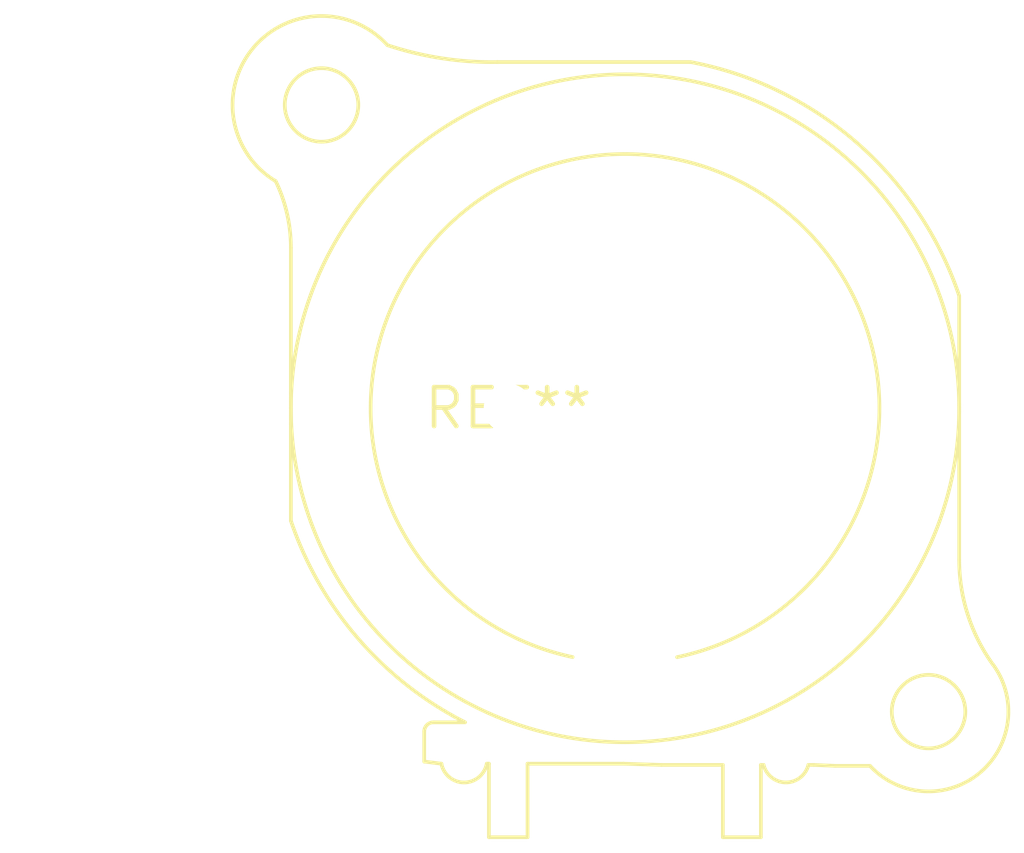
<source format=kicad_pcb>
(kicad_pcb (version 20240108) (generator pcbnew)
  (layers (0 "F.Cu" signal) (31 "B.Cu" signal) (34 "B.Paste" user) (35 "F.Paste" user) (36 "B.SilkS" user "B.Silkscreen") (37 "F.SilkS" user "F.Silkscreen") (38 "B.Mask" user) (39 "F.Mask" user) (44 "Edge.Cuts" user))
  (net 0 "")
  (footprint "Jack_XLR_Neutrik_NC3MAV_Vertical" (layer "F.Cu") (at 0 0)
    (property "Reference" "REF**")
    (property "Value" "Jack_XLR_Neutrik_NC3MAV_Vertical")
    (fp_line (start -7.09 3.67) (end -7.09 -5.24) (layer "F.SilkS") (stroke (width 0.12)))
    (fp_line (start -2.74 11.53) (end -2.74 10.55) (layer "F.SilkS") (stroke (width 0.12)))
    (fp_line (start -2.74 11.53) (end -2.18 11.6) (layer "F.SilkS") (stroke (width 0.12)))
    (fp_line (start -1.41 10.25) (end -2.44 10.25) (layer "F.SilkS") (stroke (width 0.12)))
    (fp_line (start -0.7 11.6) (end -0.63 11.6) (layer "F.SilkS") (stroke (width 0.12)))
    (fp_line (start -0.63 11.6) (end -0.63 14) (layer "F.SilkS") (stroke (width 0.12)))
    (fp_line (start 0.63 11.6) (end 0.63 14) (layer "F.SilkS") (stroke (width 0.12)))
    (fp_line (start 0.63 11.6) (end 3.76 11.6) (layer "F.SilkS") (stroke (width 0.12)))
    (fp_line (start 0.63 14) (end -0.63 14) (layer "F.SilkS") (stroke (width 0.12)))
    (fp_line (start 3.76 11.6) (end 5 11.64) (layer "F.SilkS") (stroke (width 0.12)))
    (fp_line (start 5 11.64) (end 7 11.64) (layer "F.SilkS") (stroke (width 0.12)))
    (fp_line (start 5.95 -11.3) (end -0.36 -11.3) (layer "F.SilkS") (stroke (width 0.12)))
    (fp_line (start 7 11.64) (end 7 14) (layer "F.SilkS") (stroke (width 0.12)))
    (fp_line (start 8.24 11.64) (end 8.24 14) (layer "F.SilkS") (stroke (width 0.12)))
    (fp_line (start 8.24 11.64) (end 8.33 11.64) (layer "F.SilkS") (stroke (width 0.12)))
    (fp_line (start 8.24 14) (end 7 14) (layer "F.SilkS") (stroke (width 0.12)))
    (fp_line (start 9.79 11.64) (end 9.96 11.64) (layer "F.SilkS") (stroke (width 0.12)))
    (fp_line (start 9.96 11.64) (end 10.66 11.67) (layer "F.SilkS") (stroke (width 0.12)))
    (fp_line (start 10.66 11.67) (end 11.8 11.67) (layer "F.SilkS") (stroke (width 0.12)))
    (fp_line (start 14.71 -3.67) (end 14.71 4.95) (layer "F.SilkS") (stroke (width 0.12)))
    (fp_arc (start -7.593301 -7.417041) (mid -8.329941 -11.745986) (end -3.94 -11.85) (layer "F.SilkS") (stroke (width 0.12)))
    (fp_arc (start -7.585604 -7.412632) (mid -7.215472 -6.354221) (end -7.09 -5.24) (layer "F.SilkS") (stroke (width 0.12)))
    (fp_arc (start -2.74 10.55) (mid -2.652132 10.337868) (end -2.44 10.25) (layer "F.SilkS") (stroke (width 0.12)))
    (fp_arc (start -1.409988 10.248445) (mid -4.895314 7.51641) (end -7.09 3.67) (layer "F.SilkS") (stroke (width 0.12)))
    (fp_arc (start -0.699936 11.599661) (mid -1.439828 12.213127) (end -2.18 11.6) (layer "F.SilkS") (stroke (width 0.12)))
    (fp_arc (start -0.36 -11.3) (mid -2.1728 -11.424322) (end -3.939109 -11.850762) (layer "F.SilkS") (stroke (width 0.12)))
    (fp_arc (start 2.1 8.12) (mid 3.816114 -8.2981) (end 5.508033 8.122511) (layer "F.SilkS") (stroke (width 0.12)))
    (fp_arc (start 5.963496 -11.297847) (mid 11.369395 -8.668013) (end 14.71 -3.67) (layer "F.SilkS") (stroke (width 0.12)))
    (fp_arc (start 9.789694 11.641238) (mid 9.059362 12.211864) (end 8.33 11.64) (layer "F.SilkS") (stroke (width 0.12)))
    (fp_arc (start 15.815277 8.372002) (mid 14.993173 6.748036) (end 14.71 4.95) (layer "F.SilkS") (stroke (width 0.12)))
    (fp_arc (start 15.818809 8.372281) (mid 15.361853 11.913053) (end 11.8 11.67) (layer "F.SilkS") (stroke (width 0.12)))
    (fp_circle (center -6.09 -9.9) (end -4.89 -9.9) (layer "F.SilkS") (stroke (width 0.12)) (fill none))
    (fp_circle (center 3.81 0) (end 14.71 0) (layer "F.SilkS") (stroke (width 0.12)) (fill none))
    (fp_circle (center 13.71 9.9) (end 14.91 9.9) (layer "F.SilkS") (stroke (width 0.12)) (fill none))
    (pad "1" thru_hole circle (at 0 0) (size 3.4 3.4) (drill 1.6) (layers *.Cu *.Mask) (remove_unused_layers))
    (pad "2" thru_hole circle (at 7.62 0) (size 3.4 3.4) (drill 1.6) (layers *.Cu *.Mask) (remove_unused_layers))
    (pad "3" thru_hole circle (at 3.81 3.81) (size 3.4 3.4) (drill 1.6) (layers *.Cu *.Mask) (remove_unused_layers))
    (pad "G" thru_hole circle (at 3.81 8.25) (size 2.9 2.9) (drill 1.2) (layers *.Cu *.Mask) (remove_unused_layers))
  )
)
</source>
